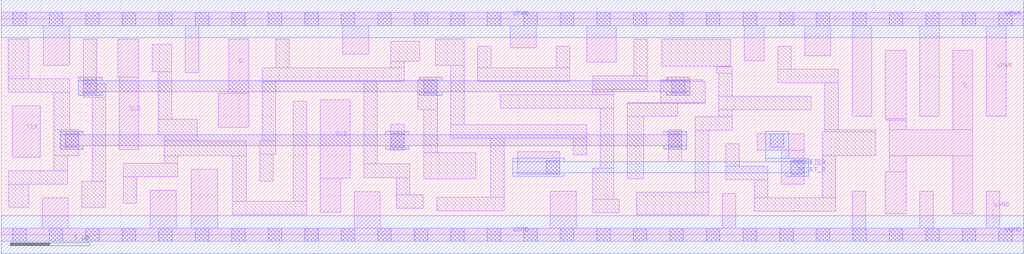
<source format=lef>
# Copyright 2020 The SkyWater PDK Authors
#
# Licensed under the Apache License, Version 2.0 (the "License");
# you may not use this file except in compliance with the License.
# You may obtain a copy of the License at
#
#     https://www.apache.org/licenses/LICENSE-2.0
#
# Unless required by applicable law or agreed to in writing, software
# distributed under the License is distributed on an "AS IS" BASIS,
# WITHOUT WARRANTIES OR CONDITIONS OF ANY KIND, either express or implied.
# See the License for the specific language governing permissions and
# limitations under the License.
#
# SPDX-License-Identifier: Apache-2.0

VERSION 5.7 ;
  NAMESCASESENSITIVE ON ;
  NOWIREEXTENSIONATPIN ON ;
  DIVIDERCHAR "/" ;
  BUSBITCHARS "[]" ;
UNITS
  DATABASE MICRONS 200 ;
END UNITS
MACRO sky130_fd_sc_hd__sdfrtp_4
  CLASS CORE ;
  SOURCE USER ;
  FOREIGN sky130_fd_sc_hd__sdfrtp_4 ;
  ORIGIN  0.000000  0.000000 ;
  SIZE  12.88000 BY  2.720000 ;
  SYMMETRY X Y R90 ;
  SITE unithd ;
  PIN D
    ANTENNAGATEAREA  0.144000 ;
    DIRECTION INPUT ;
    USE SIGNAL ;
    PORT
      LAYER li1 ;
        RECT 2.735000 1.355000 3.120000 1.785000 ;
        RECT 2.865000 1.785000 3.120000 2.465000 ;
    END
  END D
  PIN Q
    ANTENNADIFFAREA  0.891000 ;
    DIRECTION OUTPUT ;
    USE SIGNAL ;
    PORT
      LAYER li1 ;
        RECT 11.140000 0.265000 11.400000 0.795000 ;
        RECT 11.140000 1.460000 11.400000 2.325000 ;
        RECT 11.150000 1.445000 11.400000 1.460000 ;
        RECT 11.190000 0.795000 11.400000 0.995000 ;
        RECT 11.190000 0.995000 12.240000 1.325000 ;
        RECT 11.190000 1.325000 11.400000 1.445000 ;
        RECT 11.990000 0.265000 12.240000 0.995000 ;
        RECT 11.990000 1.325000 12.240000 2.325000 ;
    END
  END Q
  PIN RESET_B
    ANTENNAGATEAREA  0.252000 ;
    DIRECTION INPUT ;
    USE SIGNAL ;
    PORT
      LAYER li1 ;
        RECT 6.505000 0.765000  7.035000 1.045000 ;
        RECT 9.525000 1.065000 10.115000 1.275000 ;
        RECT 9.825000 0.635000 10.115000 1.065000 ;
      LAYER mcon ;
        RECT 6.865000 0.765000  7.035000 0.935000 ;
        RECT 9.690000 1.105000  9.860000 1.275000 ;
        RECT 9.945000 0.765000 10.115000 0.935000 ;
      LAYER met1 ;
        RECT 6.445000 0.735000  7.095000 0.780000 ;
        RECT 6.445000 0.780000 10.175000 0.920000 ;
        RECT 6.445000 0.920000  7.095000 0.965000 ;
        RECT 9.630000 0.920000 10.175000 0.965000 ;
        RECT 9.630000 0.965000  9.920000 1.305000 ;
        RECT 9.885000 0.735000 10.175000 0.780000 ;
    END
  END RESET_B
  PIN SCD
    ANTENNAGATEAREA  0.156600 ;
    DIRECTION INPUT ;
    USE SIGNAL ;
    PORT
      LAYER li1 ;
        RECT 4.020000 0.285000 4.275000 0.710000 ;
        RECT 4.020000 0.710000 4.395000 1.700000 ;
    END
  END SCD
  PIN SCE
    ANTENNAGATEAREA  0.435000 ;
    DIRECTION INPUT ;
    USE SIGNAL ;
    PORT
      LAYER li1 ;
        RECT 1.465000 1.985000 1.730000 2.465000 ;
        RECT 1.485000 1.070000 1.730000 1.985000 ;
    END
  END SCE
  PIN CLK
    ANTENNAGATEAREA  0.247500 ;
    DIRECTION INPUT ;
    USE CLOCK ;
    PORT
      LAYER li1 ;
        RECT 0.140000 0.975000 0.490000 1.625000 ;
    END
  END CLK
  PIN VGND
    DIRECTION INOUT ;
    SHAPE ABUTMENT ;
    USE GROUND ;
    PORT
      LAYER li1 ;
        RECT  0.000000 -0.085000 12.880000 0.085000 ;
        RECT  0.515000  0.085000  0.845000 0.465000 ;
        RECT  1.875000  0.085000  2.205000 0.560000 ;
        RECT  2.395000  0.085000  2.725000 0.825000 ;
        RECT  4.445000  0.085000  4.775000 0.540000 ;
        RECT  6.915000  0.085000  7.245000 0.545000 ;
        RECT  9.085000  0.085000  9.255000 0.525000 ;
        RECT 10.720000  0.085000 10.890000 0.545000 ;
        RECT 11.570000  0.085000 11.740000 0.545000 ;
        RECT 12.410000  0.085000 12.580000 0.545000 ;
      LAYER mcon ;
        RECT  0.145000 -0.085000  0.315000 0.085000 ;
        RECT  0.605000 -0.085000  0.775000 0.085000 ;
        RECT  1.065000 -0.085000  1.235000 0.085000 ;
        RECT  1.525000 -0.085000  1.695000 0.085000 ;
        RECT  1.985000 -0.085000  2.155000 0.085000 ;
        RECT  2.445000 -0.085000  2.615000 0.085000 ;
        RECT  2.905000 -0.085000  3.075000 0.085000 ;
        RECT  3.365000 -0.085000  3.535000 0.085000 ;
        RECT  3.825000 -0.085000  3.995000 0.085000 ;
        RECT  4.285000 -0.085000  4.455000 0.085000 ;
        RECT  4.745000 -0.085000  4.915000 0.085000 ;
        RECT  5.205000 -0.085000  5.375000 0.085000 ;
        RECT  5.665000 -0.085000  5.835000 0.085000 ;
        RECT  6.125000 -0.085000  6.295000 0.085000 ;
        RECT  6.585000 -0.085000  6.755000 0.085000 ;
        RECT  7.045000 -0.085000  7.215000 0.085000 ;
        RECT  7.505000 -0.085000  7.675000 0.085000 ;
        RECT  7.965000 -0.085000  8.135000 0.085000 ;
        RECT  8.425000 -0.085000  8.595000 0.085000 ;
        RECT  8.885000 -0.085000  9.055000 0.085000 ;
        RECT  9.345000 -0.085000  9.515000 0.085000 ;
        RECT  9.805000 -0.085000  9.975000 0.085000 ;
        RECT 10.265000 -0.085000 10.435000 0.085000 ;
        RECT 10.725000 -0.085000 10.895000 0.085000 ;
        RECT 11.185000 -0.085000 11.355000 0.085000 ;
        RECT 11.645000 -0.085000 11.815000 0.085000 ;
        RECT 12.105000 -0.085000 12.275000 0.085000 ;
        RECT 12.565000 -0.085000 12.735000 0.085000 ;
      LAYER met1 ;
        RECT 0.000000 -0.240000 12.880000 0.240000 ;
    END
  END VGND
  PIN VPWR
    DIRECTION INOUT ;
    SHAPE ABUTMENT ;
    USE POWER ;
    PORT
      LAYER li1 ;
        RECT  0.000000 2.635000 12.880000 2.805000 ;
        RECT  0.530000 2.135000  0.860000 2.635000 ;
        RECT  2.320000 2.040000  2.490000 2.635000 ;
        RECT  4.300000 2.275000  4.630000 2.635000 ;
        RECT  6.410000 2.355000  6.740000 2.635000 ;
        RECT  7.375000 2.175000  7.745000 2.635000 ;
        RECT  9.360000 2.195000  9.610000 2.635000 ;
        RECT 10.120000 2.255000 10.450000 2.635000 ;
        RECT 10.720000 1.495000 10.970000 2.635000 ;
        RECT 11.570000 1.495000 11.820000 2.635000 ;
        RECT 12.410000 1.495000 12.660000 2.635000 ;
      LAYER mcon ;
        RECT  0.145000 2.635000  0.315000 2.805000 ;
        RECT  0.605000 2.635000  0.775000 2.805000 ;
        RECT  1.065000 2.635000  1.235000 2.805000 ;
        RECT  1.525000 2.635000  1.695000 2.805000 ;
        RECT  1.985000 2.635000  2.155000 2.805000 ;
        RECT  2.445000 2.635000  2.615000 2.805000 ;
        RECT  2.905000 2.635000  3.075000 2.805000 ;
        RECT  3.365000 2.635000  3.535000 2.805000 ;
        RECT  3.825000 2.635000  3.995000 2.805000 ;
        RECT  4.285000 2.635000  4.455000 2.805000 ;
        RECT  4.745000 2.635000  4.915000 2.805000 ;
        RECT  5.205000 2.635000  5.375000 2.805000 ;
        RECT  5.665000 2.635000  5.835000 2.805000 ;
        RECT  6.125000 2.635000  6.295000 2.805000 ;
        RECT  6.585000 2.635000  6.755000 2.805000 ;
        RECT  7.045000 2.635000  7.215000 2.805000 ;
        RECT  7.505000 2.635000  7.675000 2.805000 ;
        RECT  7.965000 2.635000  8.135000 2.805000 ;
        RECT  8.425000 2.635000  8.595000 2.805000 ;
        RECT  8.885000 2.635000  9.055000 2.805000 ;
        RECT  9.345000 2.635000  9.515000 2.805000 ;
        RECT  9.805000 2.635000  9.975000 2.805000 ;
        RECT 10.265000 2.635000 10.435000 2.805000 ;
        RECT 10.725000 2.635000 10.895000 2.805000 ;
        RECT 11.185000 2.635000 11.355000 2.805000 ;
        RECT 11.645000 2.635000 11.815000 2.805000 ;
        RECT 12.105000 2.635000 12.275000 2.805000 ;
        RECT 12.565000 2.635000 12.735000 2.805000 ;
      LAYER met1 ;
        RECT 0.000000 2.480000 12.880000 2.960000 ;
    END
  END VPWR
  OBS
    LAYER li1 ;
      RECT  0.090000 1.795000  0.865000 1.965000 ;
      RECT  0.090000 1.965000  0.345000 2.465000 ;
      RECT  0.095000 0.345000  0.345000 0.635000 ;
      RECT  0.095000 0.635000  0.835000 0.805000 ;
      RECT  0.660000 0.805000  0.835000 0.995000 ;
      RECT  0.660000 0.995000  0.975000 1.325000 ;
      RECT  0.660000 1.325000  0.865000 1.795000 ;
      RECT  1.015000 0.345000  1.315000 0.675000 ;
      RECT  1.035000 1.730000  1.315000 1.900000 ;
      RECT  1.035000 1.900000  1.205000 2.465000 ;
      RECT  1.145000 0.675000  1.315000 1.730000 ;
      RECT  1.535000 0.395000  1.705000 0.730000 ;
      RECT  1.535000 0.730000  2.225000 0.900000 ;
      RECT  1.900000 2.055000  2.150000 2.400000 ;
      RECT  1.980000 1.260000  2.470000 1.455000 ;
      RECT  1.980000 1.455000  2.150000 2.055000 ;
      RECT  2.055000 0.900000  2.225000 0.995000 ;
      RECT  2.055000 0.995000  3.085000 1.185000 ;
      RECT  2.055000 1.185000  2.470000 1.260000 ;
      RECT  2.915000 0.255000  3.850000 0.425000 ;
      RECT  2.915000 0.425000  3.085000 0.995000 ;
      RECT  3.255000 0.675000  3.425000 1.015000 ;
      RECT  3.255000 1.015000  3.460000 1.185000 ;
      RECT  3.290000 1.185000  3.460000 1.935000 ;
      RECT  3.290000 1.935000  5.075000 2.105000 ;
      RECT  3.460000 2.105000  3.630000 2.465000 ;
      RECT  3.680000 0.425000  3.850000 1.685000 ;
      RECT  4.565000 0.715000  5.145000 0.895000 ;
      RECT  4.565000 0.895000  4.735000 1.935000 ;
      RECT  4.905000 1.065000  5.075000 1.395000 ;
      RECT  4.905000 2.105000  5.075000 2.185000 ;
      RECT  4.905000 2.185000  5.275000 2.435000 ;
      RECT  4.975000 0.335000  5.315000 0.505000 ;
      RECT  4.975000 0.505000  5.145000 0.715000 ;
      RECT  5.245000 1.575000  5.495000 1.955000 ;
      RECT  5.325000 0.705000  5.975000 1.035000 ;
      RECT  5.325000 1.035000  5.495000 1.575000 ;
      RECT  5.470000 2.135000  5.835000 2.465000 ;
      RECT  5.485000 0.305000  6.335000 0.475000 ;
      RECT  5.665000 1.215000  7.375000 1.385000 ;
      RECT  5.665000 1.385000  5.835000 2.135000 ;
      RECT  6.005000 1.935000  7.165000 2.105000 ;
      RECT  6.005000 2.105000  6.175000 2.375000 ;
      RECT  6.165000 0.475000  6.335000 1.215000 ;
      RECT  6.285000 1.595000  7.715000 1.765000 ;
      RECT  6.995000 2.105000  7.165000 2.375000 ;
      RECT  7.205000 1.005000  7.375000 1.215000 ;
      RECT  7.455000 0.275000  7.785000 0.445000 ;
      RECT  7.455000 0.445000  7.715000 0.835000 ;
      RECT  7.455000 1.765000  7.715000 1.835000 ;
      RECT  7.455000 1.835000  8.140000 2.005000 ;
      RECT  7.545000 0.835000  7.715000 1.595000 ;
      RECT  7.885000 0.705000  8.095000 1.495000 ;
      RECT  7.885000 1.495000  8.520000 1.655000 ;
      RECT  7.885000 1.655000  8.870000 1.665000 ;
      RECT  7.970000 2.005000  8.140000 2.465000 ;
      RECT  8.005000 0.255000  8.915000 0.535000 ;
      RECT  8.310000 1.665000  8.870000 1.935000 ;
      RECT  8.310000 1.935000  8.840000 1.955000 ;
      RECT  8.320000 2.125000  9.190000 2.465000 ;
      RECT  8.405000 0.920000  8.575000 1.325000 ;
      RECT  8.745000 0.535000  8.915000 1.315000 ;
      RECT  8.745000 1.315000  9.210000 1.485000 ;
      RECT  9.015000 2.035000  9.210000 2.115000 ;
      RECT  9.015000 2.115000  9.190000 2.125000 ;
      RECT  9.040000 1.485000  9.210000 1.575000 ;
      RECT  9.040000 1.575000 10.205000 1.745000 ;
      RECT  9.040000 1.745000  9.210000 2.035000 ;
      RECT  9.125000 0.695000  9.655000 0.865000 ;
      RECT  9.125000 0.865000  9.295000 1.145000 ;
      RECT  9.485000 0.295000 10.515000 0.465000 ;
      RECT  9.485000 0.465000  9.655000 0.695000 ;
      RECT  9.780000 1.915000 10.545000 2.085000 ;
      RECT  9.780000 2.085000  9.950000 2.375000 ;
      RECT 10.345000 0.465000 10.515000 0.995000 ;
      RECT 10.345000 0.995000 11.020000 1.295000 ;
      RECT 10.375000 1.295000 11.020000 1.325000 ;
      RECT 10.375000 1.325000 10.545000 1.915000 ;
    LAYER mcon ;
      RECT 0.805000 1.105000 0.975000 1.275000 ;
      RECT 1.035000 1.785000 1.205000 1.955000 ;
      RECT 4.905000 1.105000 5.075000 1.275000 ;
      RECT 5.325000 1.785000 5.495000 1.955000 ;
      RECT 8.405000 1.105000 8.575000 1.275000 ;
      RECT 8.445000 1.785000 8.615000 1.955000 ;
    LAYER met1 ;
      RECT 0.745000 1.075000 1.035000 1.120000 ;
      RECT 0.745000 1.120000 8.635000 1.260000 ;
      RECT 0.745000 1.260000 1.035000 1.305000 ;
      RECT 0.970000 1.755000 1.270000 1.800000 ;
      RECT 0.970000 1.800000 8.675000 1.940000 ;
      RECT 0.970000 1.940000 1.270000 1.985000 ;
      RECT 4.845000 1.075000 5.135000 1.120000 ;
      RECT 4.845000 1.260000 5.135000 1.305000 ;
      RECT 5.265000 1.755000 5.555000 1.800000 ;
      RECT 5.265000 1.940000 5.555000 1.985000 ;
      RECT 8.345000 1.075000 8.635000 1.120000 ;
      RECT 8.345000 1.260000 8.635000 1.305000 ;
      RECT 8.385000 1.755000 8.675000 1.800000 ;
      RECT 8.385000 1.940000 8.675000 1.985000 ;
  END
END sky130_fd_sc_hd__sdfrtp_4
END LIBRARY

</source>
